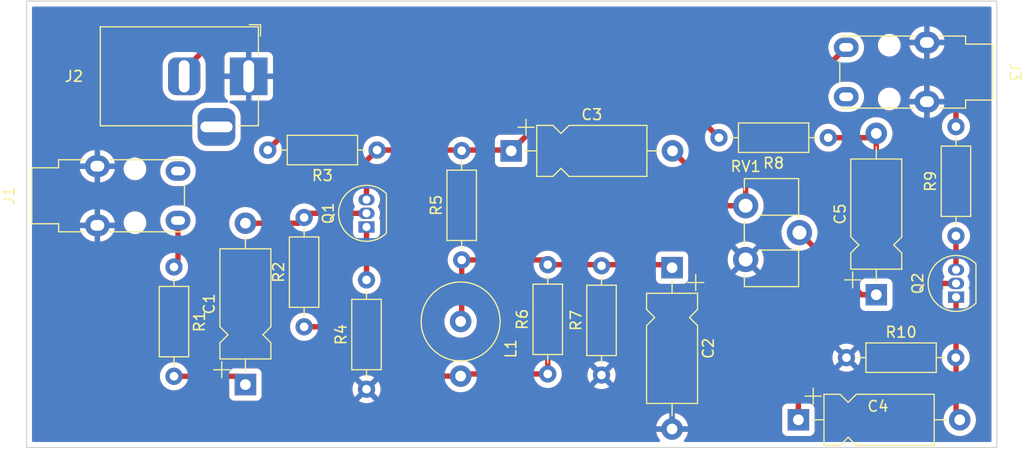
<source format=kicad_pcb>
(kicad_pcb (version 20211014) (generator pcbnew)
  (layers (0 "F.Cu" signal) (31 "B.Cu" signal) (34 "B.Paste" user) (35 "F.Paste" user) (36 "B.SilkS" user "B.Silkscreen") (37 "F.SilkS" user "F.Silkscreen") (38 "B.Mask" user) (39 "F.Mask" user) (44 "Edge.Cuts" user))
  (net 0 "")
  (net 1 "Net-(C1-Pad1)")
  (net 2 "Net-(C1-Pad2)")
  (net 3 "Net-(C2-Pad1)")
  (net 4 "GND")
  (net 5 "Net-(C3-Pad1)")
  (net 6 "Net-(C3-Pad2)")
  (net 7 "Net-(C4-Pad1)")
  (net 8 "Net-(C4-Pad2)")
  (net 9 "Net-(C5-Pad1)")
  (net 10 "Net-(C5-Pad2)")
  (net 11 "Net-(J1-PadS)")
  (net 12 "/9V")
  (net 13 "Net-(Q1-Pad1)")
  (net 14 "Net-(Q2-Pad3)")
  (footprint "Resistor_THT:R_Axial_DIN0207_L6.3mm_D2.5mm_P10.16mm_Horizontal" (layer "F.Cu") (at 108.5 110.28 90)
    (fp_text reference "R4" (at 5.08 -2.37 90) (layer "F.SilkS"))
    (fp_text value "470")
    (fp_line (start 8.35 -1.37) (end 1.81 -1.37) (layer "F.SilkS") (width 0.12))
    (fp_line (start 9.12 0) (end 8.35 0) (layer "F.SilkS") (width 0.12))
    (fp_line (start 8.35 1.37) (end 8.35 -1.37) (layer "F.SilkS") (width 0.12))
    (fp_line (start 1.81 -1.37) (end 1.81 1.37) (layer "F.SilkS") (width 0.12))
    (fp_line (start 1.04 0) (end 1.81 0) (layer "F.SilkS") (width 0.12))
    (fp_line (start 1.81 1.37) (end 8.35 1.37) (layer "F.SilkS") (width 0.12))
    (pad "1" thru_hole circle (at 0 0 90) (size 1.6 1.6) (drill 0.8) (layers *.Cu *.Mask) (net 4 "GND"))
    (pad "2" thru_hole oval (at 10.16 0 90) (size 1.6 1.6) (drill 0.8) (layers *.Cu *.Mask) (net 13 "Net-(Q1-Pad1)"))
  )
  (footprint "Capacitor_THT:CP_Axial_L10.0mm_D4.5mm_P15.00mm_Horizontal" (layer "F.Cu") (at 136.9075 98.985 -90)
    (fp_text reference "C2" (at 7.5 -3.37 90) (layer "F.SilkS"))
    (fp_text value "4u7")
    (fp_line (start 5.38 2.37) (end 12.62 2.37) (layer "F.SilkS") (width 0.12))
    (fp_line (start 2.38 -2.37) (end 2.38 2.37) (layer "F.SilkS") (width 0.12))
    (fp_line (start 5.38 -2.37) (end 12.62 -2.37) (layer "F.SilkS") (width 0.12))
    (fp_line (start 3.88 -2.37) (end 4.63 -1.62) (layer "F.SilkS") (width 0.12))
    (fp_line (start 2.38 2.37) (end 3.88 2.37) (layer "F.SilkS") (width 0.12))
    (fp_line (start 1.24 0) (end 2.38 0) (layer "F.SilkS") (width 0.12))
    (fp_line (start 4.63 1.62) (end 5.38 2.37) (layer "F.SilkS") (width 0.12))
    (fp_line (start 1.38 -2.95) (end 1.38 -1.45) (layer "F.SilkS") (width 0.12))
    (fp_line (start 12.62 -2.37) (end 12.62 2.37) (layer "F.SilkS") (width 0.12))
    (fp_line (start 3.88 2.37) (end 4.63 1.62) (layer "F.SilkS") (width 0.12))
    (fp_line (start 4.63 -1.62) (end 5.38 -2.37) (layer "F.SilkS") (width 0.12))
    (fp_line (start 0.63 -2.2) (end 2.13 -2.2) (layer "F.SilkS") (width 0.12))
    (fp_line (start 2.38 -2.37) (end 3.88 -2.37) (layer "F.SilkS") (width 0.12))
    (fp_line (start 13.76 0) (end 12.62 0) (layer "F.SilkS") (width 0.12))
    (pad "1" thru_hole rect (at 0 0 270) (size 2 2) (drill 1) (layers *.Cu *.Mask) (net 3 "Net-(C2-Pad1)"))
    (pad "2" thru_hole oval (at 15 0 270) (size 2 2) (drill 1) (layers *.Cu *.Mask) (net 4 "GND"))
  )
  (footprint "Resistor_THT:R_Axial_DIN0207_L6.3mm_D2.5mm_P10.16mm_Horizontal" (layer "F.Cu") (at 102.7 104.48 90)
    (fp_text reference "R2" (at 5.08 -2.37 90) (layer "F.SilkS"))
    (fp_text value "1k5")
    (fp_line (start 8.35 1.37) (end 8.35 -1.37) (layer "F.SilkS") (width 0.12))
    (fp_line (start 8.35 -1.37) (end 1.81 -1.37) (layer "F.SilkS") (width 0.12))
    (fp_line (start 1.81 -1.37) (end 1.81 1.37) (layer "F.SilkS") (width 0.12))
    (fp_line (start 1.81 1.37) (end 8.35 1.37) (layer "F.SilkS") (width 0.12))
    (fp_line (start 1.04 0) (end 1.81 0) (layer "F.SilkS") (width 0.12))
    (fp_line (start 9.12 0) (end 8.35 0) (layer "F.SilkS") (width 0.12))
    (pad "1" thru_hole circle (at 0 0 90) (size 1.6 1.6) (drill 0.8) (layers *.Cu *.Mask) (net 7 "Net-(C4-Pad1)"))
    (pad "2" thru_hole oval (at 10.16 0 90) (size 1.6 1.6) (drill 0.8) (layers *.Cu *.Mask) (net 2 "Net-(C1-Pad2)"))
  )
  (footprint "Potentiometer_THT:Potentiometer_ACP_CA9-H5_Horizontal" (layer "F.Cu") (at 143.75 93.225)
    (fp_text reference "RV1" (at 0 -3.65) (layer "F.SilkS"))
    (fp_text value "100k")
    (fp_line (start 4.92 3.925) (end 4.92 4.12) (layer "F.SilkS") (width 0.12))
    (fp_line (start -0.121 6.425) (end -0.121 7.52) (layer "F.SilkS") (width 0.12))
    (fp_line (start 4.92 0.88) (end 4.92 1.075) (layer "F.SilkS") (width 0.12))
    (fp_line (start -0.121 1.426) (end -0.121 3.575) (layer "F.SilkS") (width 0.12))
    (fp_line (start 4.92 3.925) (end 4.92 7.52) (layer "F.SilkS") (width 0.12))
    (fp_line (start -0.121 -2.521) (end 4.92 -2.521) (layer "F.SilkS") (width 0.12))
    (fp_line (start 4.92 -2.521) (end 4.92 1.075) (layer "F.SilkS") (width 0.12))
    (fp_line (start -0.121 1.426) (end -0.121 3.575) (layer "F.SilkS") (width 0.12))
    (fp_line (start 1.237 4.12) (end 4.92 4.12) (layer "F.SilkS") (width 0.12))
    (fp_line (start -0.121 7.52) (end 4.92 7.52) (layer "F.SilkS") (width 0.12))
    (fp_line (start -0.121 -2.521) (end -0.121 -1.426) (layer "F.SilkS") (width 0.12))
    (fp_line (start 1.237 0.88) (end 4.92 0.88) (layer "F.SilkS") (width 0.12))
    (pad "1" thru_hole circle (at 0 0) (size 2.34 2.34) (drill 1.3) (layers *.Cu *.Mask) (net 6 "Net-(C3-Pad2)"))
    (pad "2" thru_hole circle (at 5 2.5) (size 2.34 2.34) (drill 1.3) (layers *.Cu *.Mask) (net 9 "Net-(C5-Pad1)"))
    (pad "3" thru_hole circle (at 0 5) (size 2.34 2.34) (drill 1.3) (layers *.Cu *.Mask) (net 4 "GND"))
  )
  (footprint "Inductor_THT:L_Axial_L24.0mm_D7.1mm_P5.08mm_Vertical_Vishay_IM-10-28" (layer "F.Cu") (at 117.25 103.985 -90)
    (fp_text reference "L1" (at 2.54 -4.67 90) (layer "F.SilkS"))
    (fp_text value "500m")
    (fp_line (start 3.67 0) (end 3.78 0) (layer "F.SilkS") (width 0.12))
    (fp_circle (center 0 0) (end 3.67 0) (layer "F.SilkS") (width 0.12) (fill none))
    (pad "1" thru_hole circle (at 0 0 270) (size 2 2) (drill 1) (layers *.Cu *.Mask) (net 3 "Net-(C2-Pad1)"))
    (pad "2" thru_hole oval (at 5.08 0 270) (size 2 2) (drill 1) (layers *.Cu *.Mask) (net 7 "Net-(C4-Pad1)"))
  )
  (footprint "Resistor_THT:R_Axial_DIN0207_L6.3mm_D2.5mm_P10.16mm_Horizontal" (layer "F.Cu") (at 130.35 108.965 90)
    (fp_text reference "R7" (at 5.08 -2.37 90) (layer "F.SilkS"))
    (fp_text value "82k")
    (fp_line (start 1.04 0) (end 1.81 0) (layer "F.SilkS") (width 0.12))
    (fp_line (start 1.81 -1.37) (end 1.81 1.37) (layer "F.SilkS") (width 0.12))
    (fp_line (start 8.35 -1.37) (end 1.81 -1.37) (layer "F.SilkS") (width 0.12))
    (fp_line (start 1.81 1.37) (end 8.35 1.37) (layer "F.SilkS") (width 0.12))
    (fp_line (start 9.12 0) (end 8.35 0) (layer "F.SilkS") (width 0.12))
    (fp_line (start 8.35 1.37) (end 8.35 -1.37) (layer "F.SilkS") (width 0.12))
    (pad "1" thru_hole circle (at 0 0 90) (size 1.6 1.6) (drill 0.8) (layers *.Cu *.Mask) (net 4 "GND"))
    (pad "2" thru_hole oval (at 10.16 0 90) (size 1.6 1.6) (drill 0.8) (layers *.Cu *.Mask) (net 3 "Net-(C2-Pad1)"))
  )
  (footprint "Resistor_THT:R_Axial_DIN0207_L6.3mm_D2.5mm_P10.16mm_Horizontal" (layer "F.Cu") (at 109.48 88.05 180)
    (fp_text reference "R3" (at 5.08 -2.37) (layer "F.SilkS"))
    (fp_text value "22k")
    (fp_line (start 9.12 0) (end 8.35 0) (layer "F.SilkS") (width 0.12))
    (fp_line (start 1.04 0) (end 1.81 0) (layer "F.SilkS") (width 0.12))
    (fp_line (start 1.81 1.37) (end 8.35 1.37) (layer "F.SilkS") (width 0.12))
    (fp_line (start 8.35 1.37) (end 8.35 -1.37) (layer "F.SilkS") (width 0.12))
    (fp_line (start 1.81 -1.37) (end 1.81 1.37) (layer "F.SilkS") (width 0.12))
    (fp_line (start 8.35 -1.37) (end 1.81 -1.37) (layer "F.SilkS") (width 0.12))
    (pad "1" thru_hole circle (at 0 0 180) (size 1.6 1.6) (drill 0.8) (layers *.Cu *.Mask) (net 5 "Net-(C3-Pad1)"))
    (pad "2" thru_hole oval (at 10.16 0 180) (size 1.6 1.6) (drill 0.8) (layers *.Cu *.Mask) (net 12 "/9V"))
  )
  (footprint "Resistor_THT:R_Axial_DIN0207_L6.3mm_D2.5mm_P10.16mm_Horizontal" (layer "F.Cu") (at 117.35 98.265 90)
    (fp_text reference "R5" (at 5.08 -2.37 90) (layer "F.SilkS"))
    (fp_text value "470k")
    (fp_line (start 9.12 0) (end 8.35 0) (layer "F.SilkS") (width 0.12))
    (fp_line (start 1.04 0) (end 1.81 0) (layer "F.SilkS") (width 0.12))
    (fp_line (start 1.81 1.37) (end 8.35 1.37) (layer "F.SilkS") (width 0.12))
    (fp_line (start 8.35 1.37) (end 8.35 -1.37) (layer "F.SilkS") (width 0.12))
    (fp_line (start 1.81 -1.37) (end 1.81 1.37) (layer "F.SilkS") (width 0.12))
    (fp_line (start 8.35 -1.37) (end 1.81 -1.37) (layer "F.SilkS") (width 0.12))
    (pad "1" thru_hole circle (at 0 0 90) (size 1.6 1.6) (drill 0.8) (layers *.Cu *.Mask) (net 3 "Net-(C2-Pad1)"))
    (pad "2" thru_hole oval (at 10.16 0 90) (size 1.6 1.6) (drill 0.8) (layers *.Cu *.Mask) (net 5 "Net-(C3-Pad1)"))
  )
  (footprint "Capacitor_THT:CP_Axial_L10.0mm_D4.5mm_P15.00mm_Horizontal" (layer "F.Cu") (at 121.95 88.1275)
    (fp_text reference "C3" (at 7.5 -3.37) (layer "F.SilkS"))
    (fp_text value "0.22u")
    (fp_line (start 1.38 -2.95) (end 1.38 -1.45) (layer "F.SilkS") (width 0.12))
    (fp_line (start 2.38 -2.37) (end 2.38 2.37) (layer "F.SilkS") (width 0.12))
    (fp_line (start 3.88 -2.37) (end 4.63 -1.62) (layer "F.SilkS") (width 0.12))
    (fp_line (start 12.62 -2.37) (end 12.62 2.37) (layer "F.SilkS") (width 0.12))
    (fp_line (start 4.63 -1.62) (end 5.38 -2.37) (layer "F.SilkS") (width 0.12))
    (fp_line (start 5.38 -2.37) (end 12.62 -2.37) (layer "F.SilkS") (width 0.12))
    (fp_line (start 3.88 2.37) (end 4.63 1.62) (layer "F.SilkS") (width 0.12))
    (fp_line (start 2.38 2.37) (end 3.88 2.37) (layer "F.SilkS") (width 0.12))
    (fp_line (start 0.63 -2.2) (end 2.13 -2.2) (layer "F.SilkS") (width 0.12))
    (fp_line (start 2.38 -2.37) (end 3.88 -2.37) (layer "F.SilkS") (width 0.12))
    (fp_line (start 1.24 0) (end 2.38 0) (layer "F.SilkS") (width 0.12))
    (fp_line (start 4.63 1.62) (end 5.38 2.37) (layer "F.SilkS") (width 0.12))
    (fp_line (start 5.38 2.37) (end 12.62 2.37) (layer "F.SilkS") (width 0.12))
    (fp_line (start 13.76 0) (end 12.62 0) (layer "F.SilkS") (width 0.12))
    (pad "1" thru_hole rect (at 0 0) (size 2 2) (drill 1) (layers *.Cu *.Mask) (net 5 "Net-(C3-Pad1)"))
    (pad "2" thru_hole oval (at 15 0) (size 2 2) (drill 1) (layers *.Cu *.Mask) (net 6 "Net-(C3-Pad2)"))
  )
  (footprint "Package_TO_SOT_THT:TO-92_Inline" (layer "F.Cu") (at 163.31 101.72 90)
    (fp_text reference "Q2" (at 1.27 -3.56 90) (layer "F.SilkS"))
    (fp_text value "2N3904")
    (fp_line (start -0.53 1.85) (end 3.07 1.85) (layer "F.SilkS") (width 0.12))
    (fp_arc (start -0.568478 1.838478) (mid -1.132087 -0.994977) (end 1.27 -2.6) (layer "F.SilkS") (width 0.12))
    (fp_arc (start 1.27 -2.6) (mid 3.672087 -0.994977) (end 3.108478 1.838478) (layer "F.SilkS") (width 0.12))
    (pad "1" thru_hole rect (at 0 0 90) (size 1.05 1.5) (drill 0.75) (layers *.Cu *.Mask) (net 8 "Net-(C4-Pad2)"))
    (pad "2" thru_hole oval (at 1.27 0 90) (size 1.05 1.5) (drill 0.75) (layers *.Cu *.Mask) (net 10 "Net-(C5-Pad2)"))
    (pad "3" thru_hole oval (at 2.54 0 90) (size 1.05 1.5) (drill 0.75) (layers *.Cu *.Mask) (net 14 "Net-(Q2-Pad3)"))
  )
  (footprint "Capacitor_THT:CP_Axial_L10.0mm_D4.5mm_P15.00mm_Horizontal" (layer "F.Cu") (at 155.8925 101.5 90)
    (fp_text reference "C5" (at 7.5 -3.37 90) (layer "F.SilkS"))
    (fp_text value "0.22u")
    (fp_line (start 2.38 2.37) (end 3.88 2.37) (layer "F.SilkS") (width 0.12))
    (fp_line (start 5.38 -2.37) (end 12.62 -2.37) (layer "F.SilkS") (width 0.12))
    (fp_line (start 12.62 -2.37) (end 12.62 2.37) (layer "F.SilkS") (width 0.12))
    (fp_line (start 13.76 0) (end 12.62 0) (layer "F.SilkS") (width 0.12))
    (fp_line (start 2.38 -2.37) (end 3.88 -2.37) (layer "F.SilkS") (width 0.12))
    (fp_line (start 3.88 -2.37) (end 4.63 -1.62) (layer "F.SilkS") (width 0.12))
    (fp_line (start 1.38 -2.95) (end 1.38 -1.45) (layer "F.SilkS") (width 0.12))
    (fp_line (start 4.63 -1.62) (end 5.38 -2.37) (layer "F.SilkS") (width 0.12))
    (fp_line (start 1.24 0) (end 2.38 0) (layer "F.SilkS") (width 0.12))
    (fp_line (start 2.38 -2.37) (end 2.38 2.37) (layer "F.SilkS") (width 0.12))
    (fp_line (start 3.88 2.37) (end 4.63 1.62) (layer "F.SilkS") (width 0.12))
    (fp_line (start 5.38 2.37) (end 12.62 2.37) (layer "F.SilkS") (width 0.12))
    (fp_line (start 4.63 1.62) (end 5.38 2.37) (layer "F.SilkS") (width 0.12))
    (fp_line (start 0.63 -2.2) (end 2.13 -2.2) (layer "F.SilkS") (width 0.12))
    (pad "1" thru_hole rect (at 0 0 90) (size 2 2) (drill 1) (layers *.Cu *.Mask) (net 9 "Net-(C5-Pad1)"))
    (pad "2" thru_hole oval (at 15 0 90) (size 2 2) (drill 1) (layers *.Cu *.Mask) (net 10 "Net-(C5-Pad2)"))
  )
  (footprint "Resistor_THT:R_Axial_DIN0207_L6.3mm_D2.5mm_P10.16mm_Horizontal" (layer "F.Cu") (at 153.12 107.35)
    (fp_text reference "R10" (at 5.08 -2.37) (layer "F.SilkS"))
    (fp_text value "10k")
    (fp_line (start 9.12 0) (end 8.35 0) (layer "F.SilkS") (width 0.12))
    (fp_line (start 8.35 -1.37) (end 1.81 -1.37) (layer "F.SilkS") (width 0.12))
    (fp_line (start 8.35 1.37) (end 8.35 -1.37) (layer "F.SilkS") (width 0.12))
    (fp_line (start 1.81 -1.37) (end 1.81 1.37) (layer "F.SilkS") (width 0.12))
    (fp_line (start 1.81 1.37) (end 8.35 1.37) (layer "F.SilkS") (width 0.12))
    (fp_line (start 1.04 0) (end 1.81 0) (layer "F.SilkS") (width 0.12))
    (pad "1" thru_hole circle (at 0 0) (size 1.6 1.6) (drill 0.8) (layers *.Cu *.Mask) (net 4 "GND"))
    (pad "2" thru_hole oval (at 10.16 0) (size 1.6 1.6) (drill 0.8) (layers *.Cu *.Mask) (net 8 "Net-(C4-Pad2)"))
  )
  (footprint "Connector_BarrelJack:BarrelJack_Horizontal" (layer "F.Cu") (at 97.55 81.1925)
    (fp_text reference "J2" (at -16.25 0) (layer "F.SilkS"))
    (fp_text value "9v in")
    (fp_line (start 0.05 -4.8) (end 1.1 -4.8) (layer "F.SilkS") (width 0.12))
    (fp_line (start -5 4.6) (end -13.8 4.6) (layer "F.SilkS") (width 0.12))
    (fp_line (start 0.9 -4.6) (end 0.9 -2) (layer "F.SilkS") (width 0.12))
    (fp_line (start 0.9 1.9) (end 0.9 4.6) (layer "F.SilkS") (width 0.12))
    (fp_line (start -13.8 -4.6) (end 0.9 -4.6) (layer "F.SilkS") (width 0.12))
    (fp_line (start 1.1 -3.75) (end 1.1 -4.8) (layer "F.SilkS") (width 0.12))
    (fp_line (start -13.8 4.6) (end -13.8 -4.6) (layer "F.SilkS") (width 0.12))
    (fp_line (start 0.9 4.6) (end -1 4.6) (layer "F.SilkS") (width 0.12))
    (pad "1" thru_hole rect (at 0 0) (size 3.5 3.5) (drill oval 1 3) (layers *.Cu *.Mask) (net 4 "GND"))
    (pad "2" thru_hole roundrect (at -6 0) (size 3 3.5) (drill oval 1 3) (layers *.Cu *.Mask) (net 12 "/9V"))
    (pad "3" thru_hole roundrect (at -3 4.7) (size 3.5 3.5) (drill oval 3 1) (layers *.Cu *.Mask))
  )
  (footprint "Capacitor_THT:CP_Axial_L10.0mm_D4.5mm_P15.00mm_Horizontal" (layer "F.Cu") (at 148.65 113.1275)
    (fp_text reference "C4" (at 7.4 -1.255) (layer "F.SilkS"))
    (fp_text value "0.01u")
    (fp_line (start 2.38 -2.37) (end 2.38 2.37) (layer "F.SilkS") (width 0.12))
    (fp_line (start 2.38 -2.37) (end 3.88 -2.37) (layer "F.SilkS") (width 0.12))
    (fp_line (start 3.88 -2.37) (end 4.63 -1.62) (layer "F.SilkS") (width 0.12))
    (fp_line (start 4.63 1.62) (end 5.38 2.37) (layer "F.SilkS") (width 0.12))
    (fp_line (start 1.38 -2.95) (end 1.38 -1.45) (layer "F.SilkS") (width 0.12))
    (fp_line (start 2.38 2.37) (end 3.88 2.37) (layer "F.SilkS") (width 0.12))
    (fp_line (start 5.38 2.37) (end 12.62 2.37) (layer "F.SilkS") (width 0.12))
    (fp_line (start 13.76 0) (end 12.62 0) (layer "F.SilkS") (width 0.12))
    (fp_line (start 4.63 -1.62) (end 5.38 -2.37) (layer "F.SilkS") (width 0.12))
    (fp_line (start 3.88 2.37) (end 4.63 1.62) (layer "F.SilkS") (width 0.12))
    (fp_line (start 5.38 -2.37) (end 12.62 -2.37) (layer "F.SilkS") (width 0.12))
    (fp_line (start 0.63 -2.2) (end 2.13 -2.2) (layer "F.SilkS") (width 0.12))
    (fp_line (start 12.62 -2.37) (end 12.62 2.37) (layer "F.SilkS") (width 0.12))
    (fp_line (start 1.24 0) (end 2.38 0) (layer "F.SilkS") (width 0.12))
    (pad "1" thru_hole rect (at 0 0) (size 2 2) (drill 1) (layers *.Cu *.Mask) (net 7 "Net-(C4-Pad1)"))
    (pad "2" thru_hole oval (at 15 0) (size 2 2) (drill 1) (layers *.Cu *.Mask) (net 8 "Net-(C4-Pad2)"))
  )
  (footprint "Package_TO_SOT_THT:TO-92_Inline" (layer "F.Cu") (at 108.5 95.2 90)
    (fp_text reference "Q1" (at 1.27 -3.56 90) (layer "F.SilkS"))
    (fp_text value "2N3904")
    (fp_line (start -0.53 1.85) (end 3.07 1.85) (layer "F.SilkS") (width 0.12))
    (fp_arc (start -0.568478 1.838478) (mid -1.132087 -0.994977) (end 1.27 -2.6) (layer "F.SilkS") (width 0.12))
    (fp_arc (start 1.27 -2.6) (mid 3.672087 -0.994977) (end 3.108478 1.838478) (layer "F.SilkS") (width 0.12))
    (pad "1" thru_hole rect (at 0 0 90) (size 1.05 1.5) (drill 0.75) (layers *.Cu *.Mask) (net 13 "Net-(Q1-Pad1)"))
    (pad "2" thru_hole oval (at 1.27 0 90) (size 1.05 1.5) (drill 0.75) (layers *.Cu *.Mask) (net 2 "Net-(C1-Pad2)"))
    (pad "3" thru_hole oval (at 2.54 0 90) (size 1.05 1.5) (drill 0.75) (layers *.Cu *.Mask) (net 5 "Net-(C3-Pad1)"))
  )
  (footprint "Connector_Audio:Jack_3.5mm_Lumberg_1503_07_Horizontal" (layer "F.Cu") (at 160.6 78.05 -90)
    (fp_text reference "J3" (at 2.75 -8.2 -90 unlocked) (layer "F.SilkS"))
    (fp_text value "out")
    (fp_line (start -0.6 -3.6) (end -0.6 -1.15) (layer "F.SilkS") (width 0.12))
    (fp_line (start 5.35 -6.1) (end 5.35 -3.6) (layer "F.SilkS") (width 0.12))
    (fp_line (start 1.7 8.1) (end 3.8 8.1) (layer "F.SilkS") (width 0.12))
    (fp_line (start 0.15 -6.1) (end 5.35 -6.1) (layer "F.SilkS") (width 0.12))
    (fp_line (start 5.35 -3.6) (end 6.1 -3.6) (layer "F.SilkS") (width 0.12))
    (fp_line (start 0.15 -6.1) (end 0.15 -3.6) (layer "F.SilkS") (width 0.12))
    (fp_line (start 6.1 1.15) (end 6.1 8.1) (layer "F.SilkS") (width 0.12))
    (fp_line (start 6.1 -3.6) (end 6.1 -1.15) (layer "F.SilkS") (width 0.12))
    (fp_line (start 0.15 -3.6) (end -0.6 -3.6) (layer "F.SilkS") (width 0.12))
    (fp_line (start -0.6 1.15) (end -0.6 8.1) (layer "F.SilkS") (width 0.12))
    (pad "" np_thru_hole circle (at 5.25 3.5 270) (size 1.1 1.1) (drill 1.1) (layers F&B.Cu *.Mask))
    (pad "" np_thru_hole circle (at 0.25 3.5 270) (size 1.1 1.1) (drill 1.1) (layers F&B.Cu *.Mask))
    (pad "R" thru_hole oval (at 5.05 7.5 270) (size 1.8 2.3) (drill oval 0.8 1.3) (layers *.Cu *.Mask))
    (pad "S" thru_hole oval (at 0.45 7.5 270) (size 1.8 2.3) (drill oval 0.8 1.3) (layers *.Cu *.Mask) (net 6 "Net-(C3-Pad2)"))
    (pad "T" thru_hole oval (at 0 0 270) (size 2 2.3) (drill oval 1 1.3) (layers *.Cu *.Mask) (net 4 "GND"))
    (pad "T" thru_hole oval (at 5.5 0 270) (size 2 2.3) (drill oval 1 1.3) (layers *.Cu *.Mask) (net 4 "GND"))
  )
  (footprint "Resistor_THT:R_Axial_DIN0207_L6.3mm_D2.5mm_P10.16mm_Horizontal" (layer "F.Cu") (at 163.3 96.03 90)
    (fp_text reference "R9" (at 5.08 -2.37 90) (layer "F.SilkS"))
    (fp_text value "1k")
    (fp_line (start 1.04 0) (end 1.81 0) (layer "F.SilkS") (width 0.12))
    (fp_line (start 1.81 -1.37) (end 1.81 1.37) (layer "F.SilkS") (width 0.12))
    (fp_line (start 8.35 -1.37) (end 1.81 -1.37) (layer "F.SilkS") (width 0.12))
    (fp_line (start 8.35 1.37) (end 8.35 -1.37) (layer "F.SilkS") (width 0.12))
    (fp_line (start 1.81 1.37) (end 8.35 1.37) (layer "F.SilkS") (width 0.12))
    (fp_line (start 9.12 0) (end 8.35 0) (layer "F.SilkS") (width 0.12))
    (pad "1" thru_hole circle (at 0 0 90) (size 1.6 1.6) (drill 0.8) (layers *.Cu *.Mask) (net 14 "Net-(Q2-Pad3)"))
    (pad "2" thru_hole oval (at 10.16 0 90) (size 1.6 1.6) (drill 0.8) (layers *.Cu *.Mask) (net 12 "/9V"))
  )
  (footprint "Resistor_THT:R_Axial_DIN0207_L6.3mm_D2.5mm_P10.16mm_Horizontal" (layer "F.Cu") (at 125.35 108.865 90)
    (fp_text reference "R6" (at 5.08 -2.37 90) (layer "F.SilkS"))
    (fp_text value "33k")
    (fp_line (start 8.35 -1.37) (end 1.81 -1.37) (layer "F.SilkS") (width 0.12))
    (fp_line (start 1.81 1.37) (end 8.35 1.37) (layer "F.SilkS") (width 0.12))
    (fp_line (start 9.12 0) (end 8.35 0) (layer "F.SilkS") (width 0.12))
    (fp_line (start 1.81 -1.37) (end 1.81 1.37) (layer "F.SilkS") (width 0.12))
    (fp_line (start 1.04 0) (end 1.81 0) (layer "F.SilkS") (width 0.12))
    (fp_line (start 8.35 1.37) (end 8.35 -1.37) (layer "F.SilkS") (width 0.12))
    (pad "1" thru_hole circle (at 0 0 90) (size 1.6 1.6) (drill 0.8) (layers *.Cu *.Mask) (net 7 "Net-(C4-Pad1)"))
    (pad "2" thru_hole oval (at 10.16 0 90) (size 1.6 1.6) (drill 0.8) (layers *.Cu *.Mask) (net 3 "Net-(C2-Pad1)"))
  )
  (footprint "Connector_Audio:Jack_3.5mm_Lumberg_1503_07_Horizontal" (layer "F.Cu") (at 83.475 95.05 90)
    (fp_text reference "J1" (at 2.75 -8.2 90 unlocked) (layer "F.SilkS"))
    (fp_text value "in")
    (fp_line (start 1.7 8.1) (end 3.8 8.1) (layer "F.SilkS") (width 0.12))
    (fp_line (start 6.1 -3.6) (end 6.1 -1.15) (layer "F.SilkS") (width 0.12))
    (fp_line (start 0.15 -6.1) (end 0.15 -3.6) (layer "F.SilkS") (width 0.12))
    (fp_line (start 6.1 1.15) (end 6.1 8.1) (layer "F.SilkS") (width 0.12))
    (fp_line (start 5.35 -3.6) (end 6.1 -3.6) (layer "F.SilkS") (width 0.12))
    (fp_line (start 0.15 -6.1) (end 5.35 -6.1) (layer "F.SilkS") (width 0.12))
    (fp_line (start 0.15 -3.6) (end -0.6 -3.6) (layer "F.SilkS") (width 0.12))
    (fp_line (start -0.6 1.15) (end -0.6 8.1) (layer "F.SilkS") (width 0.12))
    (fp_line (start 5.35 -6.1) (end 5.35 -3.6) (layer "F.SilkS") (width 0.12))
    (fp_line (start -0.6 -3.6) (end -0.6 -1.15) (layer "F.SilkS") (width 0.12))
    (pad "" np_thru_hole circle (at 0.25 3.5 90) (size 1.1 1.1) (drill 1.1) (layers F&B.Cu *.Mask))
    (pad "" np_thru_hole circle (at 5.25 3.5 90) (size 1.1 1.1) (drill 1.1) (layers F&B.Cu *.Mask))
    (pad "R" thru_hole oval (at 5.05 7.5 90) (size 1.8 2.3) (drill oval 0.8 1.3) (layers *.Cu *.Mask))
    (pad "S" thru_hole oval (at 0.45 7.5 90) (size 1.8 2.3) (drill oval 0.8 1.3) (layers *.Cu *.Mask) (net 11 "Net-(J1-PadS)"))
    (pad "T" thru_hole oval (at 5.5 0 90) (size 2 2.3) (drill oval 1 1.3) (layers *.Cu *.Mask) (net 4 "GND"))
    (pad "T" thru_hole oval (at 0 0 90) (size 2 2.3) (drill oval 1 1.3) (layers *.Cu *.Mask) (net 4 "GND"))
  )
  (footprint "Resistor_THT:R_Axial_DIN0207_L6.3mm_D2.5mm_P10.16mm_Horizontal" (layer "F.Cu") (at 151.43 86.9 180)
    (fp_text reference "R8" (at 5.08 -2.37) (layer "F.SilkS"))
    (fp_text value "470k")
    (fp_line (start 8.35 -1.37) (end 1.81 -1.37) (layer "F.SilkS") (width 0.12))
    (fp_line (start 9.12 0) (end 8.35 0) (layer "F.SilkS") (width 0.12))
    (fp_line (start 8.35 1.37) (end 8.35 -1.37) (layer "F.SilkS") (width 0.12))
    (fp_line (start 1.04 0) (end 1.81 0) (layer "F.SilkS") (width 0.12))
    (fp_line (start 1.81 -1.37) (end 1.81 1.37) (layer "F.SilkS") (width 0.12))
    (fp_line (start 1.81 1.37) (end 8.35 1.37) (layer "F.SilkS") (width 0.12))
    (pad "1" thru_hole circle (at 0 0 180) (size 1.6 1.6) (drill 0.8) (layers *.Cu *.Mask) (net 10 "Net-(C5-Pad2)"))
    (pad "2" thru_hole oval (at 10.16 0 180) (size 1.6 1.6) (drill 0.8) (layers *.Cu *.Mask) (net 5 "Net-(C3-Pad1)"))
  )
  (footprint "Capacitor_THT:CP_Axial_L10.0mm_D4.5mm_P15.00mm_Horizontal" (layer "F.Cu") (at 97.2425 109.85 90)
    (fp_text reference "C1" (at 7.5 -3.37 90) (layer "F.SilkS"))
    (fp_text value "0.01u")
    (fp_line (start 2.38 -2.37) (end 3.88 -2.37) (layer "F.SilkS") (width 0.12))
    (fp_line (start 12.62 -2.37) (end 12.62 2.37) (layer "F.SilkS") (width 0.12))
    (fp_line (start 3.88 2.37) (end 4.63 1.62) (layer "F.SilkS") (width 0.12))
    (fp_line (start 2.38 2.37) (end 3.88 2.37) (layer "F.SilkS") (width 0.12))
    (fp_line (start 1.24 0) (end 2.38 0) (layer "F.SilkS") (width 0.12))
    (fp_line (start 13.76 0) (end 12.62 0) (layer "F.SilkS") (width 0.12))
    (fp_line (start 0.63 -2.2) (end 2.13 -2.2) (layer "F.SilkS") (width 0.12))
    (fp_line (start 5.38 -2.37) (end 12.62 -2.37) (layer "F.SilkS") (width 0.12))
    (fp_line (start 1.38 -2.95) (end 1.38 -1.45) (layer "F.SilkS") (width 0.12))
    (fp_line (start 3.88 -2.37) (end 4.63 -1.62) (layer "F.SilkS") (width 0.12))
    (fp_line (start 5.38 2.37) (end 12.62 2.37) (layer "F.SilkS") (width 0.12))
    (fp_line (start 4.63 1.62) (end 5.38 2.37) (layer "F.SilkS") (width 0.12))
    (fp_line (start 2.38 -2.37) (end 2.38 2.37) (layer "F.SilkS") (width 0.12))
    (fp_line (start 4.63 -1.62) (end 5.38 -2.37) (layer "F.SilkS") (width 0.12))
    (pad "1" thru_hole rect (at 0 0 90) (size 2 2) (drill 1) (layers *.Cu *.Mask) (net 1 "Net-(C1-Pad1)"))
    (pad "2" thru_hole oval (at 15 0 90) (size 2 2) (drill 1) (layers *.Cu *.Mask) (net 2 "Net-(C1-Pad2)"))
  )
  (footprint "Resistor_THT:R_Axial_DIN0207_L6.3mm_D2.5mm_P10.16mm_Horizontal" (layer "F.Cu") (at 90.6 98.92 -90)
    (fp_text reference "R1" (at 5.08 -2.37 90) (layer "F.SilkS"))
    (fp_text value "68k")
    (fp_line (start 1.81 1.37) (end 8.35 1.37) (layer "F.SilkS") (width 0.12))
    (fp_line (start 1.04 0) (end 1.81 0) (layer "F.SilkS") (width 0.12))
    (fp_line (start 8.35 1.37) (end 8.35 -1.37) (layer "F.SilkS") (width 0.12))
    (fp_line (start 9.12 0) (end 8.35 0) (layer "F.SilkS") (width 0.12))
    (fp_line (start 1.81 -1.37) (end 1.81 1.37) (layer "F.SilkS") (width 0.12))
    (fp_line (start 8.35 -1.37) (end 1.81 -1.37) (layer "F.SilkS") (width 0.12))
    (pad "1" thru_hole circle (at 0 0 270) (size 1.6 1.6) (drill 0.8) (layers *.Cu *.Mask) (net 11 "Net-(J1-PadS)"))
    (pad "2" thru_hole oval (at 10.16 0 270) (size 1.6 1.6) (drill 0.8) (layers *.Cu *.Mask) (net 1 "Net-(C1-Pad1)"))
  )
  (gr_rect (start 76.9 74.2) (end 167.1 115.7) (layer "Edge.Cuts") (width 0.1) (fill none))
  (segment (start 96.4725 109.08) (end 97.2425 109.85) (width 0.5) (layer "F.Cu") (net 1))
  (segment (start 90.6 109.08) (end 96.4725 109.08) (width 0.5) (layer "F.Cu") (net 1))
  (segment (start 102.17 94.85) (end 102.7 94.32) (width 0.5) (layer "F.Cu") (net 2))
  (segment (start 97.2425 94.85) (end 102.17 94.85) (width 0.5) (layer "F.Cu") (net 2))
  (segment (start 102.7 94.32) (end 103.09 93.93) (width 0.5) (layer "F.Cu") (net 2))
  (segment (start 103.09 93.93) (end 108.5 93.93) (width 0.5) (layer "F.Cu") (net 2))
  (segment (start 117.35 98.265) (end 117.35 103.885) (width 0.5) (layer "F.Cu") (net 3))
  (segment (start 117.35 98.265) (end 124.91 98.265) (width 0.5) (layer "F.Cu") (net 3))
  (segment (start 125.35 98.705) (end 136.6275 98.705) (width 0.5) (layer "F.Cu") (net 3))
  (segment (start 136.6275 98.705) (end 136.9075 98.985) (width 0.5) (layer "F.Cu") (net 3))
  (segment (start 124.91 98.265) (end 125.35 98.705) (width 0.5) (layer "F.Cu") (net 3))
  (segment (start 117.35 103.885) (end 117.25 103.985) (width 0.5) (layer "F.Cu") (net 3))
  (segment (start 108.5 92.66) (end 108.5 89.03) (width 0.5) (layer "F.Cu") (net 5))
  (segment (start 108.5 89.03) (end 109.48 88.05) (width 0.5) (layer "F.Cu") (net 5))
  (segment (start 109.48 88.05) (end 121.8725 88.05) (width 0.5) (layer "F.Cu") (net 5))
  (segment (start 121.8725 88.05) (end 121.95 88.1275) (width 0.5) (layer "F.Cu") (net 5))
  (segment (start 121.95 88.1275) (end 124.5775 85.5) (width 0.5) (layer "F.Cu") (net 5))
  (segment (start 139.87 85.5) (end 141.27 86.9) (width 0.5) (layer "F.Cu") (net 5))
  (segment (start 124.5775 85.5) (end 139.87 85.5) (width 0.5) (layer "F.Cu") (net 5))
  (segment (start 142.0475 93.225) (end 143.75 93.225) (width 0.5) (layer "F.Cu") (net 6))
  (segment (start 153.1 78.5) (end 143.75 87.85) (width 0.5) (layer "F.Cu") (net 6))
  (segment (start 143.75 87.85) (end 143.75 93.225) (width 0.5) (layer "F.Cu") (net 6))
  (segment (start 136.95 88.1275) (end 142.0475 93.225) (width 0.5) (layer "F.Cu") (net 6))
  (segment (start 113.165 109.065) (end 117.25 109.065) (width 0.5) (layer "F.Cu") (net 7))
  (segment (start 146.3 105.2) (end 148.65 107.55) (width 0.5) (layer "F.Cu") (net 7))
  (segment (start 125.35 108.865) (end 125.35 106.75) (width 0.5) (layer "F.Cu") (net 7))
  (segment (start 125.35 106.75) (end 126.9 105.2) (width 0.5) (layer "F.Cu") (net 7))
  (segment (start 148.65 107.55) (end 148.65 113.1275) (width 0.5) (layer "F.Cu") (net 7))
  (segment (start 126.9 105.2) (end 146.3 105.2) (width 0.5) (layer "F.Cu") (net 7))
  (segment (start 102.7 104.48) (end 108.58 104.48) (width 0.5) (layer "F.Cu") (net 7))
  (segment (start 117.45 108.865) (end 117.25 109.065) (width 0.5) (layer "F.Cu") (net 7))
  (segment (start 108.58 104.48) (end 113.165 109.065) (width 0.5) (layer "F.Cu") (net 7))
  (segment (start 125.35 108.865) (end 117.45 108.865) (width 0.5) (layer "F.Cu") (net 7))
  (segment (start 163.31 101.72) (end 163.31 112.7875) (width 0.5) (layer "F.Cu") (net 8))
  (segment (start 163.31 112.7875) (end 163.65 113.1275) (width 0.5) (layer "F.Cu") (net 8))
  (segment (start 154.525 101.5) (end 155.8925 101.5) (width 0.5) (layer "F.Cu") (net 9))
  (segment (start 148.75 95.725) (end 154.525 101.5) (width 0.5) (layer "F.Cu") (net 9))
  (segment (start 161.55 100.45) (end 155.8925 94.7925) (width 0.5) (layer "F.Cu") (net 10))
  (segment (start 163.31 100.45) (end 161.55 100.45) (width 0.5) (layer "F.Cu") (net 10))
  (segment (start 151.43 86.9) (end 155.4925 86.9) (width 0.5) (layer "F.Cu") (net 10))
  (segment (start 155.8925 94.7925) (end 155.8925 86.5) (width 0.5) (layer "F.Cu") (net 10))
  (segment (start 155.4925 86.9) (end 155.8925 86.5) (width 0.5) (layer "F.Cu") (net 10))
  (segment (start 90.975 98.545) (end 90.6 98.92) (width 0.5) (layer "F.Cu") (net 11))
  (segment (start 90.975 94.6) (end 90.975 98.545) (width 0.5) (layer "F.Cu") (net 11))
  (segment (start 163.3 76.5) (end 162.7 75.9) (width 0.5) (layer "F.Cu") (net 12))
  (segment (start 91.55 81.1925) (end 91.55 80.6) (width 0.5) (layer "F.Cu") (net 12))
  (segment (start 143.1 75.9) (end 141.1 77.9) (width 0.5) (layer "F.Cu") (net 12))
  (segment (start 162.7 75.9) (end 143.1 75.9) (width 0.5) (layer "F.Cu") (net 12))
  (segment (start 91.55 80.6) (end 94.05 78.1) (width 0.5) (layer "F.Cu") (net 12))
  (segment (start 163.3 85.87) (end 163.3 76.5) (width 0.5) (layer "F.Cu") (net 12))
  (segment (start 99.32 88.05) (end 103.3 84.07) (width 0.5) (layer "F.Cu") (net 12))
  (segment (start 94.05 78.1) (end 94.25 77.9) (width 0.5) (layer "F.Cu") (net 12))
  (segment (start 103.3 80.6) (end 100.6 77.9) (width 0.5) (layer "F.Cu") (net 12))
  (segment (start 94.25 77.9) (end 100.6 77.9) (width 0.5) (layer "F.Cu") (net 12))
  (segment (start 141.1 77.9) (end 100.6 77.9) (width 0.5) (layer "F.Cu") (net 12))
  (segment (start 103.3 84.07) (end 103.3 80.6) (width 0.5) (layer "F.Cu") (net 12))
  (segment (start 108.5 95.2) (end 108.5 100.12) (width 0.5) (layer "F.Cu") (net 13))
  (segment (start 163.3 96.03) (end 163.3 99.17) (width 0.5) (layer "F.Cu") (net 14))
  (segment (start 163.3 99.17) (end 163.31 99.18) (width 0.5) (layer "F.Cu") (net 14))
  (zone (net 4) (net_name "GND") (layer "F.Cu") (connect_pads (clearance 0.508)) (min_thickness 0.254) (fill yes (thermal_gap 0.508) (thermal_bridge_width 0.508))
    (polygon (pts (xy 167 115.7) (xy 77.1 115.5) (xy 77.1 74.1) (xy 167.3 74.1)))
  )
  (zone (net 4) (net_name "GND") (layer "B.Cu") (connect_pads (clearance 0.508)) (min_thickness 0.254) (fill yes (thermal_gap 0.508) (thermal_bridge_width 0.508))
    (polygon (pts (xy 167.005555 74.34835) (xy 167.1 115.55) (xy 76.9 115.65) (xy 76.905555 74.09835)))
  )
)
</source>
